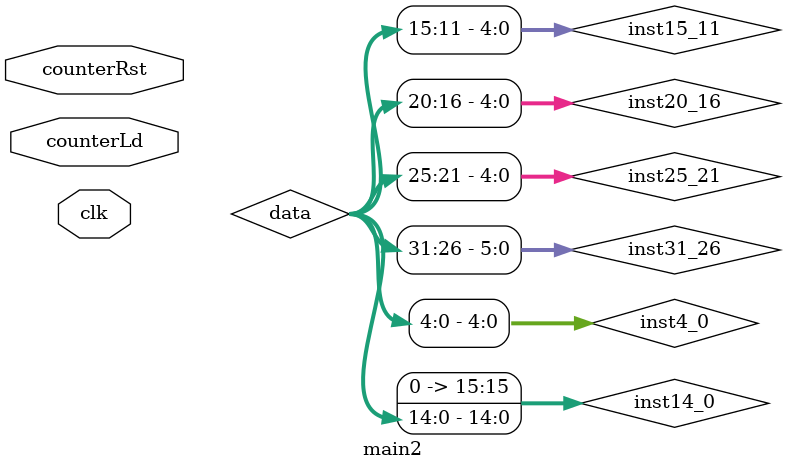
<source format=v>
module main2(
	input clk,
	input counterLd,
	input counterRst
);

//Program counter
wire pcSrcFinal;
wire [4:0] nextCount;

//ROM
wire [31:0] data;

//Instructions organized
wire [5:0] inst31_26 = data[31:26];
wire [4:0] inst25_21 = data[25:21]; 
wire [4:0] inst20_16 = data[20:16];
wire [4:0] inst15_11 = data[15:11];
wire [15:0] inst14_0 = data[14:0];
wire [4:0] inst4_0 = data[4:0];

//Control outputs
wire regDst;
wire regWrite;
wire aluSrc;
wire memRd;
wire memToReg;
wire [2:0] aluOp;
wire jmp;
wire pcSrc;

//Register file inputs/outputs
wire [4:0] wr_addr;
assign wr_addr = (regDst)? inst15_11 : inst20_16;
wire [31:0] wr_data;
wire [31:0] rd_data1;
wire [31:0] rd_data2;

//Alu inputs/outputs
wire [31:0] aluB;
assign aluB = (aluSrc)? {17'd0,inst14_0} : rd_data2;
wire zero;
wire [31:0] aluResult;

//PCsrc and
assign pcSrcFinal = pcSrc&zero;

//Ram
wire [31:0] data_out;

//Ram mux
wire rw = memRd;
assign wr_data = (memToReg)? data_out : aluResult;


//Program counter
progCounter progCounter(.clk(clk), .counterRst(counterRst), .jmp(jmp), .counterLd(counterLd), .shiftLeft2Out(inst4_0), .pcSrc(pcSrcFinal), .nextCount(nextCount));
//Instruction memory
rom instructionMem(.clk(clk), .addr(nextCount), .data(data));
//control
control control0(.inputData(inst31_26), .regDst(regDst), .regWrite(regWrite), .aluSrc(aluSrc), .memRd(memRd), .memToReg(memToReg), .pcSrc(pcSrc), .jmp(jmp), .aluOp(aluOp));
//Register file
reg_file regFile(.clk(clk), .rd_addr1(inst25_21), .rd_addr2(inst20_16), .wr_addr(wr_addr), .wr_data(wr_data), .wr_en(regWrite), .rd_data1(rd_data1), .rd_data2(rd_data2));
//alu
alu myAlu(.a(rd_data1), .b(aluB), .ctrlInput(aluOp), .zero(zero), .aluResult(aluResult));
//ram
genram genRam(.clk(clk), .addr(aluResult[3:0]), .rw(rw), .data_in(rd_data2), .data_out(data_out));

endmodule
</source>
